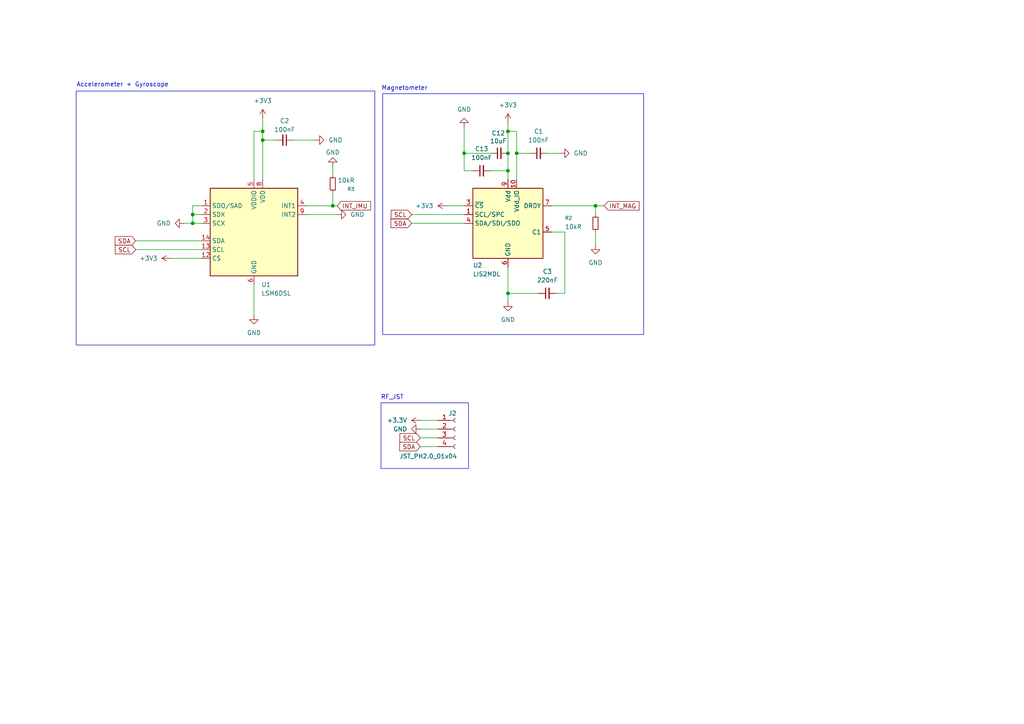
<source format=kicad_sch>
(kicad_sch (version 20250114) (generator "eeschema") (generator_version "9.0")
  (paper "A4")
  (lib_symbols
    (symbol "Connector:Conn_01x04_Socket" (pin_names (offset 1.016) (hide yes))
      (property "Reference" "J" (at 0 5.08 0))
      (property "Value" "Conn_01x04_Socket" (at 0 -7.62 0))
      (symbol "Conn_01x04_Socket_1_1"
        (polyline (pts (xy -1.27 2.54) (xy -0.508 2.54)) (stroke (width 0.1524)))
        (polyline (pts (xy -1.27 0) (xy -0.508 0)) (stroke (width 0.1524)))
        (polyline (pts (xy -1.27 -2.54) (xy -0.508 -2.54)) (stroke (width 0.1524)))
        (polyline (pts (xy -1.27 -5.08) (xy -0.508 -5.08)) (stroke (width 0.1524)))
        (arc (start 0 2.032) (mid -0.5058 2.54) (end 0 3.048) (stroke (width 0.1524)))
        (arc (start 0 -0.508) (mid -0.5058 0) (end 0 0.508) (stroke (width 0.1524)))
        (arc (start 0 -3.048) (mid -0.5058 -2.54) (end 0 -2.032) (stroke (width 0.1524)))
        (arc (start 0 -5.588) (mid -0.5058 -5.08) (end 0 -4.572) (stroke (width 0.1524)))
        (pin passive line (at -5.08 2.54 0) (length 3.81) (name "Pin_1") (number "1"))
        (pin passive line (at -5.08 0 0) (length 3.81) (name "Pin_2") (number "2"))
        (pin passive line (at -5.08 -2.54 0) (length 3.81) (name "Pin_3") (number "3"))
        (pin passive line (at -5.08 -5.08 0) (length 3.81) (name "Pin_4") (number "4"))
      )
    )
    (symbol "Device:C_Small" (pin_numbers (hide yes)) (pin_names (offset 0.254) (hide yes))
      (property "Reference" "C" (at 0.254 1.778 0))
      (property "Value" "C_Small" (at 0.254 -2.032 0))
      (symbol "C_Small_0_1"
        (polyline (pts (xy -1.524 0.508) (xy 1.524 0.508)) (stroke (width 0.3048)))
        (polyline (pts (xy -1.524 -0.508) (xy 1.524 -0.508)) (stroke (width 0.3302)))
      )
      (symbol "C_Small_1_1"
        (pin passive line (at 0 2.54 270) (length 2.032) (name "~") (number "1"))
        (pin passive line (at 0 -2.54 90) (length 2.032) (name "~") (number "2"))
      )
    )
    (symbol "Device:R_Small" (pin_numbers (hide yes)) (pin_names (offset 0.254) (hide yes))
      (property "Reference" "R" (at 0 0 90))
      (property "Value" "R_Small" (at 1.778 0 90))
      (symbol "R_Small_0_1"
        (rectangle (start -0.762 1.778) (end 0.762 -1.778) (stroke (width 0.2032)))
      )
      (symbol "R_Small_1_1"
        (pin passive line (at 0 2.54 270) (length 0.762) (name "~") (number "1"))
        (pin passive line (at 0 -2.54 90) (length 0.762) (name "~") (number "2"))
      )
    )
    (symbol "Sensor_Magnetic:LIS2MDL"
      (property "Reference" "U" (at -8.89 11.43 0))
      (property "Value" "LIS2MDL" (at 7.62 11.43 0))
      (symbol "LIS2MDL_0_1"
        (rectangle (start -10.16 10.16) (end 10.16 -10.16) (stroke (width 0.254)) (fill (type background)))
      )
      (symbol "LIS2MDL_1_1"
        (pin input line (at -12.7 5.08 0) (length 2.54) (name "~{CS}") (number "3"))
        (pin input line (at -12.7 2.54 0) (length 2.54) (name "SCL/SPC") (number "1"))
        (pin bidirectional line (at -12.7 0 0) (length 2.54) (name "SDA/SDI/SDO") (number "4"))
        (pin no_connect line (at -10.16 -5.08 0) (length 2.54) (hide yes) (name "NC") (number "2"))
        (pin no_connect line (at -10.16 -7.62 0) (length 2.54) (hide yes) (name "NC") (number "11"))
        (pin power_in line (at 0 12.7 270) (length 2.54) (name "Vdd") (number "9"))
        (pin power_in line (at 0 -12.7 90) (length 2.54) (name "GND") (number "6"))
        (pin passive line (at 0 -12.7 90) (length 2.54) (hide yes) (name "GND") (number "8"))
        (pin power_in line (at 2.54 12.7 270) (length 2.54) (name "Vdd_IO") (number "10"))
        (pin no_connect line (at 10.16 -7.62 180) (length 2.54) (hide yes) (name "NC") (number "12"))
        (pin output line (at 12.7 5.08 180) (length 2.54) (name "DRDY") (number "7"))
        (pin power_out line (at 12.7 -2.54 180) (length 2.54) (name "C1") (number "5"))
      )
    )
    (symbol "Sensor_Motion:LSM6DSL"
      (property "Reference" "U" (at -11.43 15.24 0))
      (property "Value" "LSM6DSL" (at -11.43 12.7 0))
      (symbol "LSM6DSL_0_1"
        (rectangle (start -12.7 12.7) (end 12.7 -12.7) (stroke (width 0.254)) (fill (type background)))
      )
      (symbol "LSM6DSL_1_1"
        (pin bidirectional line (at -15.24 7.62 0) (length 2.54) (name "SDO/SA0") (number "1"))
        (pin bidirectional line (at -15.24 5.08 0) (length 2.54) (name "SDX") (number "2"))
        (pin input line (at -15.24 2.54 0) (length 2.54) (name "SCX") (number "3"))
        (pin bidirectional line (at -15.24 -2.54 0) (length 2.54) (name "SDA") (number "14"))
        (pin input line (at -15.24 -5.08 0) (length 2.54) (name "SCL") (number "13"))
        (pin input line (at -15.24 -7.62 0) (length 2.54) (name "CS") (number "12"))
        (pin power_in line (at 0 15.24 270) (length 2.54) (name "VDDIO") (number "5"))
        (pin power_in line (at 0 -15.24 90) (length 2.54) (name "GND") (number "6"))
        (pin passive line (at 0 -15.24 90) (length 2.54) (hide yes) (name "GND") (number "7"))
        (pin power_in line (at 2.54 15.24 270) (length 2.54) (name "VDD") (number "8"))
        (pin no_connect line (at 12.7 -2.54 180) (length 3.81) (hide yes) (name "NC") (number "11"))
        (pin no_connect line (at 12.7 -5.08 180) (length 3.81) (hide yes) (name "NC") (number "10"))
        (pin output line (at 15.24 7.62 180) (length 2.54) (name "INT1") (number "4"))
        (pin output line (at 15.24 5.08 180) (length 2.54) (name "INT2") (number "9"))
      )
    )
    (symbol "power:+3.3V" (power) (pin_numbers (hide yes)) (pin_names (offset 0) (hide yes))
      (property "Value" "+3.3V" (at 0 3.556 0))
      (symbol "+3.3V_0_1"
        (polyline (pts (xy -0.762 1.27) (xy 0 2.54)))
        (polyline (pts (xy 0 2.54) (xy 0.762 1.27)))
        (polyline (pts (xy 0 0) (xy 0 2.54)))
      )
      (symbol "+3.3V_1_1"
        (pin power_in line (at 0 0 90) (length 0) (name "~") (number "1"))
      )
    )
    (symbol "power:+3V3" (power) (pin_numbers (hide yes)) (pin_names (offset 0) (hide yes))
      (property "Value" "+3V3" (at 0 3.556 0))
      (symbol "+3V3_0_1"
        (polyline (pts (xy -0.762 1.27) (xy 0 2.54)))
        (polyline (pts (xy 0 2.54) (xy 0.762 1.27)))
        (polyline (pts (xy 0 0) (xy 0 2.54)))
      )
      (symbol "+3V3_1_1"
        (pin power_in line (at 0 0 90) (length 0) (name "~") (number "1"))
      )
    )
    (symbol "power:GND" (power) (pin_numbers (hide yes)) (pin_names (offset 0) (hide yes))
      (property "Value" "GND" (at 0 -3.81 0))
      (symbol "GND_0_1"
        (polyline (pts (xy 0 0) (xy 0 -1.27) (xy 1.27 -1.27) (xy 0 -2.54) (xy -1.27 -1.27) (xy 0 -1.27)))
      )
      (symbol "GND_1_1"
        (pin power_in line (at 0 0 270) (length 0) (name "~") (number "1"))
      )
    )
    (symbol "power:VCC" (power) (pin_numbers (hide yes)) (pin_names (offset 0) (hide yes))
      (property "Value" "VCC" (at 0 3.556 0))
      (symbol "VCC_0_1"
        (polyline (pts (xy -0.762 1.27) (xy 0 2.54)))
        (polyline (pts (xy 0 2.54) (xy 0.762 1.27)))
        (polyline (pts (xy 0 0) (xy 0 2.54)))
      )
      (symbol "VCC_1_1"
        (pin power_in line (at 0 0 90) (length 0) (name "~") (number "1"))
      )
    )
  )
  (rectangle (start 110.49 116.84) (end 135.89 135.89))
  (rectangle (start 110.998 27.178) (end 186.69 97.028))
  (rectangle (start 22.098 26.416) (end 108.712 100.076))
  (text "Accelerometer + Gyroscope" (at 35.56 24.638 0) (effects (font (size 1.27 1.27))))
  (text "RF_JST" (at 113.792 115.316 0) (effects (font (size 1.27 1.27))))
  (text "Magnetometer" (at 117.348 25.654 0) (effects (font (size 1.27 1.27))))
  (junction (at 134.62 44.45))
  (junction (at 76.2 38.1))
  (junction (at 76.2 40.64))
  (junction (at 172.72 59.69))
  (junction (at 96.52 59.69))
  (junction (at 147.32 49.53))
  (junction (at 147.32 85.09))
  (junction (at 149.86 44.45))
  (junction (at 147.32 44.45))
  (junction (at 147.32 38.1))
  (junction (at 55.88 62.23))
  (junction (at 55.88 64.77))
  (wire (pts (xy 55.88 64.77) (xy 58.42 64.77)))
  (wire (pts (xy 85.09 40.64) (xy 91.44 40.64)))
  (wire (pts (xy 172.72 59.69) (xy 172.72 62.23)))
  (wire (pts (xy 76.2 40.64) (xy 76.2 52.07)))
  (wire (pts (xy 73.66 82.55) (xy 73.66 91.44)))
  (wire (pts (xy 149.86 44.45) (xy 149.86 38.1)))
  (wire (pts (xy 163.83 67.31) (xy 160.02 67.31)))
  (wire (pts (xy 96.52 59.69) (xy 97.79 59.69)))
  (wire (pts (xy 153.67 44.45) (xy 149.86 44.45)))
  (wire (pts (xy 80.01 40.64) (xy 76.2 40.64)))
  (wire (pts (xy 147.32 77.47) (xy 147.32 85.09)))
  (wire (pts (xy 134.62 36.83) (xy 134.62 44.45)))
  (wire (pts (xy 163.83 67.31) (xy 163.83 85.09)))
  (wire (pts (xy 149.86 38.1) (xy 147.32 38.1)))
  (wire (pts (xy 58.42 62.23) (xy 55.88 62.23)))
  (wire (pts (xy 121.92 121.92) (xy 127 121.92)))
  (wire (pts (xy 119.38 64.77) (xy 134.62 64.77)))
  (wire (pts (xy 39.37 69.85) (xy 58.42 69.85)))
  (wire (pts (xy 147.32 38.1) (xy 147.32 44.45)))
  (wire (pts (xy 119.38 62.23) (xy 134.62 62.23)))
  (wire (pts (xy 88.9 62.23) (xy 97.79 62.23)))
  (wire (pts (xy 76.2 38.1) (xy 76.2 40.64)))
  (wire (pts (xy 121.92 127) (xy 127 127)))
  (wire (pts (xy 163.83 85.09) (xy 161.29 85.09)))
  (wire (pts (xy 96.52 59.69) (xy 96.52 55.88)))
  (wire (pts (xy 96.52 50.8) (xy 96.52 48.26)))
  (wire (pts (xy 134.62 49.53) (xy 137.16 49.53)))
  (wire (pts (xy 73.66 38.1) (xy 73.66 52.07)))
  (wire (pts (xy 53.34 64.77) (xy 55.88 64.77)))
  (wire (pts (xy 172.72 59.69) (xy 175.26 59.69)))
  (wire (pts (xy 55.88 59.69) (xy 55.88 62.23)))
  (wire (pts (xy 39.37 72.39) (xy 58.42 72.39)))
  (wire (pts (xy 121.92 129.54) (xy 127 129.54)))
  (wire (pts (xy 172.72 67.31) (xy 172.72 71.12)))
  (wire (pts (xy 76.2 34.29) (xy 76.2 38.1)))
  (wire (pts (xy 160.02 59.69) (xy 172.72 59.69)))
  (wire (pts (xy 147.32 85.09) (xy 156.21 85.09)))
  (wire (pts (xy 55.88 62.23) (xy 55.88 64.77)))
  (wire (pts (xy 147.32 49.53) (xy 147.32 52.07)))
  (wire (pts (xy 142.24 49.53) (xy 147.32 49.53)))
  (wire (pts (xy 58.42 59.69) (xy 55.88 59.69)))
  (wire (pts (xy 129.54 59.69) (xy 134.62 59.69)))
  (wire (pts (xy 121.92 124.46) (xy 127 124.46)))
  (wire (pts (xy 73.66 38.1) (xy 76.2 38.1)))
  (wire (pts (xy 134.62 44.45) (xy 134.62 49.53)))
  (wire (pts (xy 134.62 44.45) (xy 142.24 44.45)))
  (wire (pts (xy 149.86 44.45) (xy 149.86 52.07)))
  (wire (pts (xy 158.75 44.45) (xy 162.56 44.45)))
  (wire (pts (xy 147.32 85.09) (xy 147.32 87.63)))
  (wire (pts (xy 49.53 74.93) (xy 58.42 74.93)))
  (wire (pts (xy 88.9 59.69) (xy 96.52 59.69)))
  (wire (pts (xy 147.32 44.45) (xy 147.32 49.53)))
  (wire (pts (xy 147.32 35.56) (xy 147.32 38.1)))
  (global_label "SDA" (shape input) (at 119.38 64.77 180) (property "Intersheetrefs" "${INTERSHEET_REFS}" (effects (hide yes))))
  (global_label "SCL" (shape input) (at 119.38 62.23 180) (property "Intersheetrefs" "${INTERSHEET_REFS}" (effects (hide yes))))
  (global_label "SDA" (shape input) (at 121.92 129.54 180) (property "Intersheetrefs" "${INTERSHEET_REFS}" (effects (hide yes))))
  (global_label "SCL" (shape input) (at 121.92 127 180) (property "Intersheetrefs" "${INTERSHEET_REFS}" (effects (hide yes))))
  (global_label "INT_MAG" (shape input) (at 175.26 59.69 0) (property "Intersheetrefs" "${INTERSHEET_REFS}" (effects (hide yes))))
  (global_label "INT_IMU" (shape input) (at 97.79 59.69 0) (property "Intersheetrefs" "${INTERSHEET_REFS}" (effects (hide yes))))
  (global_label "SDA" (shape input) (at 39.37 69.85 180) (property "Intersheetrefs" "${INTERSHEET_REFS}" (effects (hide yes))))
  (global_label "SCL" (shape input) (at 39.37 72.39 180) (property "Intersheetrefs" "${INTERSHEET_REFS}" (effects (hide yes))))
  (symbol (lib_id "power:GND") (at 96.52 48.26 180) (unit 1)
    (property "Reference" "#PWR029" (effects (hide yes)))
    (property "Value" "GND" (at 96.52 44.196 0))
    (property "Description" "Power symbol creates a global label with name \"GND\" , ground" (effects (hide yes)))
  )
  (symbol (lib_id "Device:C_Small") (at 144.78 44.45 90) (unit 1)
    (property "Reference" "C12" (at 144.526 38.608 90))
    (property "Value" "10uF" (at 144.526 40.894 90))
    (property "Footprint" "Capacitor_SMD:C_0805_2012Metric_Pad1.18x1.45mm_HandSolder" (effects (hide yes)))
    (property "Description" "Unpolarized capacitor, small symbol" (effects (hide yes)))
  )
  (symbol (lib_id "Sensor_Magnetic:LIS2MDL") (at 147.32 64.77 0) (unit 1)
    (property "Reference" "U2" (at 137.16 76.962 0) (effects (justify left)))
    (property "Value" "LIS2MDL" (at 137.16 79.502 0) (effects (justify left)))
    (property "Footprint" "Package_LGA:LGA-12_2x2mm_P0.5mm" (effects (hide yes)))
    (property "Datasheet" "https://www.st.com/resource/en/datasheet/lis2mdl.pdf" (effects (hide yes)))
    (property "Description" "Ultra-low-power, 3-axis digital output magnetometer, LGA-12" (effects (hide yes)))
  )
  (symbol (lib_id "power:GND") (at 162.56 44.45 90) (unit 1)
    (property "Reference" "#PWR06" (effects (hide yes)))
    (property "Value" "GND" (at 166.37 44.4499 90) (effects (justify right)))
    (property "Description" "Power symbol creates a global label with name \"GND\" , ground" (effects (hide yes)))
  )
  (symbol (lib_id "power:GND") (at 97.79 62.23 90) (unit 1)
    (property "Reference" "#PWR012" (effects (hide yes)))
    (property "Value" "GND" (at 101.6 62.2299 90) (effects (justify right)))
    (property "Description" "Power symbol creates a global label with name \"GND\" , ground" (effects (hide yes)))
  )
  (symbol (lib_id "Sensor_Motion:LSM6DSL") (at 73.66 67.31 0) (unit 1)
    (property "Reference" "U1" (at 75.8033 82.55 0) (effects (justify left)))
    (property "Value" "LSM6DSL" (at 75.8033 85.09 0) (effects (justify left)))
    (property "Footprint" "Package_LGA:LGA-14_3x2.5mm_P0.5mm_LayoutBorder3x4y" (effects (hide yes)))
    (property "Datasheet" "https://www.st.com/resource/en/datasheet/lsm6dsl.pdf" (effects (hide yes)))
    (property "Description" "I2C/SPI, iNEMO inertial module: always-on 3D accelerometer and 3D gyroscope, 1.71V to 3.6V VCC" (effects (hide yes)))
  )
  (symbol (lib_id "Device:R_Small") (at 172.72 64.77 0) (unit 1)
    (property "Reference" "R2" (at 163.83 63.246 0) (effects (font (size 1.016 1.016)) (justify left)))
    (property "Value" "10kR" (at 163.83 65.786 0) (effects (justify left)))
    (property "Footprint" "Resistor_SMD:R_0805_2012Metric_Pad1.20x1.40mm_HandSolder" (effects (hide yes)))
    (property "Description" "Resistor, small symbol" (effects (hide yes)))
  )
  (symbol (lib_id "power:+3V3") (at 49.53 74.93 90) (unit 1)
    (property "Reference" "#PWR04" (effects (hide yes)))
    (property "Value" "+3V3" (at 45.72 74.9299 90) (effects (justify left)))
    (property "Description" "Power symbol creates a global label with name \"+3V3\"" (effects (hide yes)))
  )
  (symbol (lib_id "power:+3V3") (at 147.32 35.56 0) (unit 1)
    (property "Reference" "#PWR03" (effects (hide yes)))
    (property "Value" "+3V3" (at 147.32 30.48 0))
    (property "Description" "Power symbol creates a global label with name \"+3V3\"" (effects (hide yes)))
  )
  (symbol (lib_id "Connector:Conn_01x04_Socket") (at 132.08 124.46 0) (unit 1)
    (property "Reference" "J2" (at 130.048 119.888 0) (effects (justify left)))
    (property "Value" "JST_PH2.0_01x04" (at 115.824 132.334 0) (effects (justify left)))
    (property "Footprint" "Connector_JST:JST_PH_S4B-PH-K_1x04_P2.00mm_Horizontal" (effects (hide yes)))
    (property "Description" "Generic connector, single row, 01x04, script generated" (effects (hide yes)))
  )
  (symbol (lib_id "power:+3V3") (at 76.2 34.29 0) (unit 1)
    (property "Reference" "#PWR08" (effects (hide yes)))
    (property "Value" "+3V3" (at 76.2 29.21 0))
    (property "Description" "Power symbol creates a global label with name \"+3V3\"" (effects (hide yes)))
  )
  (symbol (lib_id "Device:C_Small") (at 156.21 44.45 90) (unit 1)
    (property "Reference" "C1" (at 156.2163 38.1 90))
    (property "Value" "100nF" (at 156.2163 40.64 90))
    (property "Footprint" "Capacitor_SMD:C_0805_2012Metric_Pad1.18x1.45mm_HandSolder" (effects (hide yes)))
    (property "Description" "Unpolarized capacitor, small symbol" (effects (hide yes)))
  )
  (symbol (lib_id "power:+3.3V") (at 121.92 121.92 90) (unit 1)
    (property "Reference" "#PWR037" (effects (hide yes)))
    (property "Value" "+3.3V" (at 118.11 121.9199 90) (effects (justify left)))
    (property "Description" "Power symbol creates a global label with name \"+3.3V\"" (effects (hide yes)))
  )
  (symbol (lib_id "Device:R_Small") (at 96.52 53.34 180) (unit 1)
    (property "Reference" "R3" (at 102.87 54.864 0) (effects (font (size 1.016 1.016)) (justify left)))
    (property "Value" "10kR" (at 102.87 52.324 0) (effects (justify left)))
    (property "Footprint" "Resistor_SMD:R_0805_2012Metric_Pad1.20x1.40mm_HandSolder" (effects (hide yes)))
    (property "Description" "Resistor, small symbol" (effects (hide yes)))
  )
  (symbol (lib_id "Device:C_Small") (at 139.7 49.53 90) (unit 1)
    (property "Reference" "C13" (at 139.7063 43.18 90))
    (property "Value" "100nF" (at 139.7063 45.72 90))
    (property "Footprint" "Capacitor_SMD:C_0805_2012Metric_Pad1.18x1.45mm_HandSolder" (effects (hide yes)))
    (property "Description" "Unpolarized capacitor, small symbol" (effects (hide yes)))
  )
  (symbol (lib_id "power:GND") (at 172.72 71.12 0) (unit 1)
    (property "Reference" "#PWR027" (effects (hide yes)))
    (property "Value" "GND" (at 172.72 76.2 0))
    (property "Description" "Power symbol creates a global label with name \"GND\" , ground" (effects (hide yes)))
  )
  (symbol (lib_id "power:GND") (at 147.32 87.63 0) (unit 1)
    (property "Reference" "#PWR05" (effects (hide yes)))
    (property "Value" "GND" (at 147.32 92.71 0))
    (property "Description" "Power symbol creates a global label with name \"GND\" , ground" (effects (hide yes)))
  )
  (symbol (lib_id "Device:C_Small") (at 158.75 85.09 90) (unit 1)
    (property "Reference" "C3" (at 158.7563 78.74 90))
    (property "Value" "220nF" (at 158.7563 81.28 90))
    (property "Footprint" "Capacitor_SMD:C_0805_2012Metric_Pad1.18x1.45mm_HandSolder" (effects (hide yes)))
    (property "Description" "Unpolarized capacitor, small symbol" (effects (hide yes)))
  )
  (symbol (lib_id "power:VCC") (at 129.54 59.69 90) (unit 1)
    (property "Reference" "#PWR02" (effects (hide yes)))
    (property "Value" "+3V3" (at 125.73 59.6899 90) (effects (justify left)))
    (property "Description" "Power symbol creates a global label with name \"VCC\"" (effects (hide yes)))
  )
  (symbol (lib_id "power:GND") (at 53.34 64.77 270) (unit 1)
    (property "Reference" "#PWR010" (effects (hide yes)))
    (property "Value" "GND" (at 49.53 64.7699 90) (effects (justify right)))
    (property "Description" "Power symbol creates a global label with name \"GND\" , ground" (effects (hide yes)))
  )
  (symbol (lib_id "power:GND") (at 134.62 36.83 180) (unit 1)
    (property "Reference" "#PWR039" (effects (hide yes)))
    (property "Value" "GND" (at 134.62 31.75 0))
    (property "Description" "Power symbol creates a global label with name \"GND\" , ground" (effects (hide yes)))
  )
  (symbol (lib_id "Device:C_Small") (at 82.55 40.64 270) (mirror x) (unit 1)
    (property "Reference" "C2" (at 82.55 35.052 90))
    (property "Value" "100nF" (at 82.55 37.592 90))
    (property "Footprint" "Capacitor_SMD:C_0805_2012Metric_Pad1.18x1.45mm_HandSolder" (effects (hide yes)))
    (property "Description" "Unpolarized capacitor, small symbol" (effects (hide yes)))
  )
  (symbol (lib_id "power:GND") (at 91.44 40.64 90) (mirror x) (unit 1)
    (property "Reference" "#PWR07" (effects (hide yes)))
    (property "Value" "GND" (at 95.25 40.6399 90) (effects (justify right)))
    (property "Description" "Power symbol creates a global label with name \"GND\" , ground" (effects (hide yes)))
  )
  (symbol (lib_id "power:GND") (at 73.66 91.44 0) (unit 1)
    (property "Reference" "#PWR011" (effects (hide yes)))
    (property "Value" "GND" (at 73.66 96.52 0))
    (property "Description" "Power symbol creates a global label with name \"GND\" , ground" (effects (hide yes)))
  )
  (symbol (lib_id "power:GND") (at 121.92 124.46 270) (unit 1)
    (property "Reference" "#PWR038" (effects (hide yes)))
    (property "Value" "GND" (at 118.11 124.4599 90) (effects (justify right)))
    (property "Description" "Power symbol creates a global label with name \"GND\" , ground" (effects (hide yes)))
  )
)
</source>
